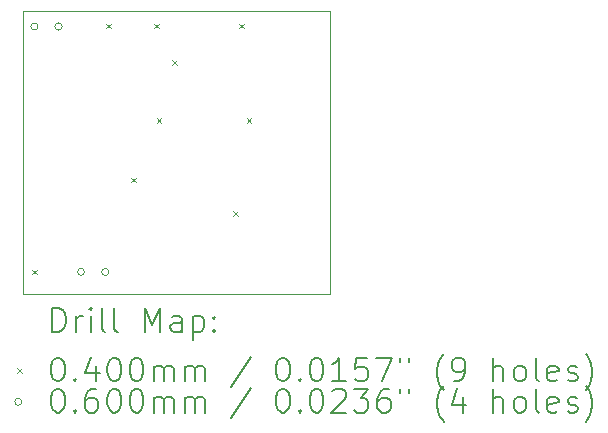
<source format=gbr>
%FSLAX45Y45*%
G04 Gerber Fmt 4.5, Leading zero omitted, Abs format (unit mm)*
%MOMM*%
%LPD*%
G01*
G04 APERTURE LIST*
%TA.AperFunction,Profile*%
%ADD10C,0.100000*%
%TD*%
%ADD11C,0.200000*%
%ADD12C,0.040000*%
%ADD13C,0.060000*%
G04 APERTURE END LIST*
D10*
X8623300Y-3149600D02*
X6019800Y-3149600D01*
X6019800Y-3149600D02*
X6019800Y-5549900D01*
X6019800Y-5549900D02*
X8623300Y-5549900D01*
X8623300Y-5549900D02*
X8623300Y-3149600D01*
D11*
D12*
X6101400Y-5339400D02*
X6141400Y-5379400D01*
X6141400Y-5339400D02*
X6101400Y-5379400D01*
X6730000Y-3256600D02*
X6770000Y-3296600D01*
X6770000Y-3256600D02*
X6730000Y-3296600D01*
X6937100Y-4560000D02*
X6977100Y-4600000D01*
X6977100Y-4560000D02*
X6937100Y-4600000D01*
X7132450Y-3256600D02*
X7172450Y-3296600D01*
X7172450Y-3256600D02*
X7132450Y-3296600D01*
X7155500Y-4056700D02*
X7195500Y-4096700D01*
X7195500Y-4056700D02*
X7155500Y-4096700D01*
X7287500Y-3563400D02*
X7327500Y-3603400D01*
X7327500Y-3563400D02*
X7287500Y-3603400D01*
X7800700Y-4845500D02*
X7840700Y-4885500D01*
X7840700Y-4845500D02*
X7800700Y-4885500D01*
X7856350Y-3256600D02*
X7896350Y-3296600D01*
X7896350Y-3256600D02*
X7856350Y-3296600D01*
X7917500Y-4056700D02*
X7957500Y-4096700D01*
X7957500Y-4056700D02*
X7917500Y-4096700D01*
D13*
X6149600Y-3281100D02*
G75*
G03*
X6149600Y-3281100I-30000J0D01*
G01*
X6354600Y-3281100D02*
G75*
G03*
X6354600Y-3281100I-30000J0D01*
G01*
X6545100Y-5359400D02*
G75*
G03*
X6545100Y-5359400I-30000J0D01*
G01*
X6750100Y-5359400D02*
G75*
G03*
X6750100Y-5359400I-30000J0D01*
G01*
D11*
X6272419Y-5865376D02*
X6272419Y-5665376D01*
X6320038Y-5665376D01*
X6348609Y-5674900D01*
X6367657Y-5693948D01*
X6377181Y-5712995D01*
X6386705Y-5751090D01*
X6386705Y-5779662D01*
X6377181Y-5817757D01*
X6367657Y-5836805D01*
X6348609Y-5855852D01*
X6320038Y-5865376D01*
X6272419Y-5865376D01*
X6472419Y-5865376D02*
X6472419Y-5732043D01*
X6472419Y-5770138D02*
X6481943Y-5751090D01*
X6491467Y-5741567D01*
X6510514Y-5732043D01*
X6529562Y-5732043D01*
X6596228Y-5865376D02*
X6596228Y-5732043D01*
X6596228Y-5665376D02*
X6586705Y-5674900D01*
X6596228Y-5684424D01*
X6605752Y-5674900D01*
X6596228Y-5665376D01*
X6596228Y-5684424D01*
X6720038Y-5865376D02*
X6700990Y-5855852D01*
X6691467Y-5836805D01*
X6691467Y-5665376D01*
X6824800Y-5865376D02*
X6805752Y-5855852D01*
X6796228Y-5836805D01*
X6796228Y-5665376D01*
X7053371Y-5865376D02*
X7053371Y-5665376D01*
X7120038Y-5808233D01*
X7186705Y-5665376D01*
X7186705Y-5865376D01*
X7367657Y-5865376D02*
X7367657Y-5760614D01*
X7358133Y-5741567D01*
X7339086Y-5732043D01*
X7300990Y-5732043D01*
X7281943Y-5741567D01*
X7367657Y-5855852D02*
X7348609Y-5865376D01*
X7300990Y-5865376D01*
X7281943Y-5855852D01*
X7272419Y-5836805D01*
X7272419Y-5817757D01*
X7281943Y-5798709D01*
X7300990Y-5789186D01*
X7348609Y-5789186D01*
X7367657Y-5779662D01*
X7462895Y-5732043D02*
X7462895Y-5932043D01*
X7462895Y-5741567D02*
X7481943Y-5732043D01*
X7520038Y-5732043D01*
X7539086Y-5741567D01*
X7548609Y-5751090D01*
X7558133Y-5770138D01*
X7558133Y-5827281D01*
X7548609Y-5846328D01*
X7539086Y-5855852D01*
X7520038Y-5865376D01*
X7481943Y-5865376D01*
X7462895Y-5855852D01*
X7643848Y-5846328D02*
X7653371Y-5855852D01*
X7643848Y-5865376D01*
X7634324Y-5855852D01*
X7643848Y-5846328D01*
X7643848Y-5865376D01*
X7643848Y-5741567D02*
X7653371Y-5751090D01*
X7643848Y-5760614D01*
X7634324Y-5751090D01*
X7643848Y-5741567D01*
X7643848Y-5760614D01*
D12*
X5974800Y-6174900D02*
X6014800Y-6214900D01*
X6014800Y-6174900D02*
X5974800Y-6214900D01*
D11*
X6310514Y-6085376D02*
X6329562Y-6085376D01*
X6348609Y-6094900D01*
X6358133Y-6104424D01*
X6367657Y-6123471D01*
X6377181Y-6161567D01*
X6377181Y-6209186D01*
X6367657Y-6247281D01*
X6358133Y-6266328D01*
X6348609Y-6275852D01*
X6329562Y-6285376D01*
X6310514Y-6285376D01*
X6291467Y-6275852D01*
X6281943Y-6266328D01*
X6272419Y-6247281D01*
X6262895Y-6209186D01*
X6262895Y-6161567D01*
X6272419Y-6123471D01*
X6281943Y-6104424D01*
X6291467Y-6094900D01*
X6310514Y-6085376D01*
X6462895Y-6266328D02*
X6472419Y-6275852D01*
X6462895Y-6285376D01*
X6453371Y-6275852D01*
X6462895Y-6266328D01*
X6462895Y-6285376D01*
X6643848Y-6152043D02*
X6643848Y-6285376D01*
X6596228Y-6075852D02*
X6548609Y-6218709D01*
X6672419Y-6218709D01*
X6786705Y-6085376D02*
X6805752Y-6085376D01*
X6824800Y-6094900D01*
X6834324Y-6104424D01*
X6843848Y-6123471D01*
X6853371Y-6161567D01*
X6853371Y-6209186D01*
X6843848Y-6247281D01*
X6834324Y-6266328D01*
X6824800Y-6275852D01*
X6805752Y-6285376D01*
X6786705Y-6285376D01*
X6767657Y-6275852D01*
X6758133Y-6266328D01*
X6748609Y-6247281D01*
X6739086Y-6209186D01*
X6739086Y-6161567D01*
X6748609Y-6123471D01*
X6758133Y-6104424D01*
X6767657Y-6094900D01*
X6786705Y-6085376D01*
X6977181Y-6085376D02*
X6996228Y-6085376D01*
X7015276Y-6094900D01*
X7024800Y-6104424D01*
X7034324Y-6123471D01*
X7043848Y-6161567D01*
X7043848Y-6209186D01*
X7034324Y-6247281D01*
X7024800Y-6266328D01*
X7015276Y-6275852D01*
X6996228Y-6285376D01*
X6977181Y-6285376D01*
X6958133Y-6275852D01*
X6948609Y-6266328D01*
X6939086Y-6247281D01*
X6929562Y-6209186D01*
X6929562Y-6161567D01*
X6939086Y-6123471D01*
X6948609Y-6104424D01*
X6958133Y-6094900D01*
X6977181Y-6085376D01*
X7129562Y-6285376D02*
X7129562Y-6152043D01*
X7129562Y-6171090D02*
X7139086Y-6161567D01*
X7158133Y-6152043D01*
X7186705Y-6152043D01*
X7205752Y-6161567D01*
X7215276Y-6180614D01*
X7215276Y-6285376D01*
X7215276Y-6180614D02*
X7224800Y-6161567D01*
X7243848Y-6152043D01*
X7272419Y-6152043D01*
X7291467Y-6161567D01*
X7300990Y-6180614D01*
X7300990Y-6285376D01*
X7396228Y-6285376D02*
X7396228Y-6152043D01*
X7396228Y-6171090D02*
X7405752Y-6161567D01*
X7424800Y-6152043D01*
X7453371Y-6152043D01*
X7472419Y-6161567D01*
X7481943Y-6180614D01*
X7481943Y-6285376D01*
X7481943Y-6180614D02*
X7491467Y-6161567D01*
X7510514Y-6152043D01*
X7539086Y-6152043D01*
X7558133Y-6161567D01*
X7567657Y-6180614D01*
X7567657Y-6285376D01*
X7958133Y-6075852D02*
X7786705Y-6332995D01*
X8215276Y-6085376D02*
X8234324Y-6085376D01*
X8253371Y-6094900D01*
X8262895Y-6104424D01*
X8272419Y-6123471D01*
X8281943Y-6161567D01*
X8281943Y-6209186D01*
X8272419Y-6247281D01*
X8262895Y-6266328D01*
X8253371Y-6275852D01*
X8234324Y-6285376D01*
X8215276Y-6285376D01*
X8196228Y-6275852D01*
X8186705Y-6266328D01*
X8177181Y-6247281D01*
X8167657Y-6209186D01*
X8167657Y-6161567D01*
X8177181Y-6123471D01*
X8186705Y-6104424D01*
X8196228Y-6094900D01*
X8215276Y-6085376D01*
X8367657Y-6266328D02*
X8377181Y-6275852D01*
X8367657Y-6285376D01*
X8358133Y-6275852D01*
X8367657Y-6266328D01*
X8367657Y-6285376D01*
X8500990Y-6085376D02*
X8520038Y-6085376D01*
X8539086Y-6094900D01*
X8548610Y-6104424D01*
X8558133Y-6123471D01*
X8567657Y-6161567D01*
X8567657Y-6209186D01*
X8558133Y-6247281D01*
X8548610Y-6266328D01*
X8539086Y-6275852D01*
X8520038Y-6285376D01*
X8500990Y-6285376D01*
X8481943Y-6275852D01*
X8472419Y-6266328D01*
X8462895Y-6247281D01*
X8453371Y-6209186D01*
X8453371Y-6161567D01*
X8462895Y-6123471D01*
X8472419Y-6104424D01*
X8481943Y-6094900D01*
X8500990Y-6085376D01*
X8758133Y-6285376D02*
X8643848Y-6285376D01*
X8700990Y-6285376D02*
X8700990Y-6085376D01*
X8681943Y-6113948D01*
X8662895Y-6132995D01*
X8643848Y-6142519D01*
X8939086Y-6085376D02*
X8843848Y-6085376D01*
X8834324Y-6180614D01*
X8843848Y-6171090D01*
X8862895Y-6161567D01*
X8910514Y-6161567D01*
X8929562Y-6171090D01*
X8939086Y-6180614D01*
X8948610Y-6199662D01*
X8948610Y-6247281D01*
X8939086Y-6266328D01*
X8929562Y-6275852D01*
X8910514Y-6285376D01*
X8862895Y-6285376D01*
X8843848Y-6275852D01*
X8834324Y-6266328D01*
X9015276Y-6085376D02*
X9148610Y-6085376D01*
X9062895Y-6285376D01*
X9215276Y-6085376D02*
X9215276Y-6123471D01*
X9291467Y-6085376D02*
X9291467Y-6123471D01*
X9586705Y-6361567D02*
X9577181Y-6352043D01*
X9558133Y-6323471D01*
X9548610Y-6304424D01*
X9539086Y-6275852D01*
X9529562Y-6228233D01*
X9529562Y-6190138D01*
X9539086Y-6142519D01*
X9548610Y-6113948D01*
X9558133Y-6094900D01*
X9577181Y-6066328D01*
X9586705Y-6056805D01*
X9672419Y-6285376D02*
X9710514Y-6285376D01*
X9729562Y-6275852D01*
X9739086Y-6266328D01*
X9758133Y-6237757D01*
X9767657Y-6199662D01*
X9767657Y-6123471D01*
X9758133Y-6104424D01*
X9748610Y-6094900D01*
X9729562Y-6085376D01*
X9691467Y-6085376D01*
X9672419Y-6094900D01*
X9662895Y-6104424D01*
X9653371Y-6123471D01*
X9653371Y-6171090D01*
X9662895Y-6190138D01*
X9672419Y-6199662D01*
X9691467Y-6209186D01*
X9729562Y-6209186D01*
X9748610Y-6199662D01*
X9758133Y-6190138D01*
X9767657Y-6171090D01*
X10005752Y-6285376D02*
X10005752Y-6085376D01*
X10091467Y-6285376D02*
X10091467Y-6180614D01*
X10081943Y-6161567D01*
X10062895Y-6152043D01*
X10034324Y-6152043D01*
X10015276Y-6161567D01*
X10005752Y-6171090D01*
X10215276Y-6285376D02*
X10196229Y-6275852D01*
X10186705Y-6266328D01*
X10177181Y-6247281D01*
X10177181Y-6190138D01*
X10186705Y-6171090D01*
X10196229Y-6161567D01*
X10215276Y-6152043D01*
X10243848Y-6152043D01*
X10262895Y-6161567D01*
X10272419Y-6171090D01*
X10281943Y-6190138D01*
X10281943Y-6247281D01*
X10272419Y-6266328D01*
X10262895Y-6275852D01*
X10243848Y-6285376D01*
X10215276Y-6285376D01*
X10396229Y-6285376D02*
X10377181Y-6275852D01*
X10367657Y-6256805D01*
X10367657Y-6085376D01*
X10548610Y-6275852D02*
X10529562Y-6285376D01*
X10491467Y-6285376D01*
X10472419Y-6275852D01*
X10462895Y-6256805D01*
X10462895Y-6180614D01*
X10472419Y-6161567D01*
X10491467Y-6152043D01*
X10529562Y-6152043D01*
X10548610Y-6161567D01*
X10558133Y-6180614D01*
X10558133Y-6199662D01*
X10462895Y-6218709D01*
X10634324Y-6275852D02*
X10653371Y-6285376D01*
X10691467Y-6285376D01*
X10710514Y-6275852D01*
X10720038Y-6256805D01*
X10720038Y-6247281D01*
X10710514Y-6228233D01*
X10691467Y-6218709D01*
X10662895Y-6218709D01*
X10643848Y-6209186D01*
X10634324Y-6190138D01*
X10634324Y-6180614D01*
X10643848Y-6161567D01*
X10662895Y-6152043D01*
X10691467Y-6152043D01*
X10710514Y-6161567D01*
X10786705Y-6361567D02*
X10796229Y-6352043D01*
X10815276Y-6323471D01*
X10824800Y-6304424D01*
X10834324Y-6275852D01*
X10843848Y-6228233D01*
X10843848Y-6190138D01*
X10834324Y-6142519D01*
X10824800Y-6113948D01*
X10815276Y-6094900D01*
X10796229Y-6066328D01*
X10786705Y-6056805D01*
D13*
X6014800Y-6458900D02*
G75*
G03*
X6014800Y-6458900I-30000J0D01*
G01*
D11*
X6310514Y-6349376D02*
X6329562Y-6349376D01*
X6348609Y-6358900D01*
X6358133Y-6368424D01*
X6367657Y-6387471D01*
X6377181Y-6425567D01*
X6377181Y-6473186D01*
X6367657Y-6511281D01*
X6358133Y-6530328D01*
X6348609Y-6539852D01*
X6329562Y-6549376D01*
X6310514Y-6549376D01*
X6291467Y-6539852D01*
X6281943Y-6530328D01*
X6272419Y-6511281D01*
X6262895Y-6473186D01*
X6262895Y-6425567D01*
X6272419Y-6387471D01*
X6281943Y-6368424D01*
X6291467Y-6358900D01*
X6310514Y-6349376D01*
X6462895Y-6530328D02*
X6472419Y-6539852D01*
X6462895Y-6549376D01*
X6453371Y-6539852D01*
X6462895Y-6530328D01*
X6462895Y-6549376D01*
X6643848Y-6349376D02*
X6605752Y-6349376D01*
X6586705Y-6358900D01*
X6577181Y-6368424D01*
X6558133Y-6396995D01*
X6548609Y-6435090D01*
X6548609Y-6511281D01*
X6558133Y-6530328D01*
X6567657Y-6539852D01*
X6586705Y-6549376D01*
X6624800Y-6549376D01*
X6643848Y-6539852D01*
X6653371Y-6530328D01*
X6662895Y-6511281D01*
X6662895Y-6463662D01*
X6653371Y-6444614D01*
X6643848Y-6435090D01*
X6624800Y-6425567D01*
X6586705Y-6425567D01*
X6567657Y-6435090D01*
X6558133Y-6444614D01*
X6548609Y-6463662D01*
X6786705Y-6349376D02*
X6805752Y-6349376D01*
X6824800Y-6358900D01*
X6834324Y-6368424D01*
X6843848Y-6387471D01*
X6853371Y-6425567D01*
X6853371Y-6473186D01*
X6843848Y-6511281D01*
X6834324Y-6530328D01*
X6824800Y-6539852D01*
X6805752Y-6549376D01*
X6786705Y-6549376D01*
X6767657Y-6539852D01*
X6758133Y-6530328D01*
X6748609Y-6511281D01*
X6739086Y-6473186D01*
X6739086Y-6425567D01*
X6748609Y-6387471D01*
X6758133Y-6368424D01*
X6767657Y-6358900D01*
X6786705Y-6349376D01*
X6977181Y-6349376D02*
X6996228Y-6349376D01*
X7015276Y-6358900D01*
X7024800Y-6368424D01*
X7034324Y-6387471D01*
X7043848Y-6425567D01*
X7043848Y-6473186D01*
X7034324Y-6511281D01*
X7024800Y-6530328D01*
X7015276Y-6539852D01*
X6996228Y-6549376D01*
X6977181Y-6549376D01*
X6958133Y-6539852D01*
X6948609Y-6530328D01*
X6939086Y-6511281D01*
X6929562Y-6473186D01*
X6929562Y-6425567D01*
X6939086Y-6387471D01*
X6948609Y-6368424D01*
X6958133Y-6358900D01*
X6977181Y-6349376D01*
X7129562Y-6549376D02*
X7129562Y-6416043D01*
X7129562Y-6435090D02*
X7139086Y-6425567D01*
X7158133Y-6416043D01*
X7186705Y-6416043D01*
X7205752Y-6425567D01*
X7215276Y-6444614D01*
X7215276Y-6549376D01*
X7215276Y-6444614D02*
X7224800Y-6425567D01*
X7243848Y-6416043D01*
X7272419Y-6416043D01*
X7291467Y-6425567D01*
X7300990Y-6444614D01*
X7300990Y-6549376D01*
X7396228Y-6549376D02*
X7396228Y-6416043D01*
X7396228Y-6435090D02*
X7405752Y-6425567D01*
X7424800Y-6416043D01*
X7453371Y-6416043D01*
X7472419Y-6425567D01*
X7481943Y-6444614D01*
X7481943Y-6549376D01*
X7481943Y-6444614D02*
X7491467Y-6425567D01*
X7510514Y-6416043D01*
X7539086Y-6416043D01*
X7558133Y-6425567D01*
X7567657Y-6444614D01*
X7567657Y-6549376D01*
X7958133Y-6339852D02*
X7786705Y-6596995D01*
X8215276Y-6349376D02*
X8234324Y-6349376D01*
X8253371Y-6358900D01*
X8262895Y-6368424D01*
X8272419Y-6387471D01*
X8281943Y-6425567D01*
X8281943Y-6473186D01*
X8272419Y-6511281D01*
X8262895Y-6530328D01*
X8253371Y-6539852D01*
X8234324Y-6549376D01*
X8215276Y-6549376D01*
X8196228Y-6539852D01*
X8186705Y-6530328D01*
X8177181Y-6511281D01*
X8167657Y-6473186D01*
X8167657Y-6425567D01*
X8177181Y-6387471D01*
X8186705Y-6368424D01*
X8196228Y-6358900D01*
X8215276Y-6349376D01*
X8367657Y-6530328D02*
X8377181Y-6539852D01*
X8367657Y-6549376D01*
X8358133Y-6539852D01*
X8367657Y-6530328D01*
X8367657Y-6549376D01*
X8500990Y-6349376D02*
X8520038Y-6349376D01*
X8539086Y-6358900D01*
X8548610Y-6368424D01*
X8558133Y-6387471D01*
X8567657Y-6425567D01*
X8567657Y-6473186D01*
X8558133Y-6511281D01*
X8548610Y-6530328D01*
X8539086Y-6539852D01*
X8520038Y-6549376D01*
X8500990Y-6549376D01*
X8481943Y-6539852D01*
X8472419Y-6530328D01*
X8462895Y-6511281D01*
X8453371Y-6473186D01*
X8453371Y-6425567D01*
X8462895Y-6387471D01*
X8472419Y-6368424D01*
X8481943Y-6358900D01*
X8500990Y-6349376D01*
X8643848Y-6368424D02*
X8653371Y-6358900D01*
X8672419Y-6349376D01*
X8720038Y-6349376D01*
X8739086Y-6358900D01*
X8748610Y-6368424D01*
X8758133Y-6387471D01*
X8758133Y-6406519D01*
X8748610Y-6435090D01*
X8634324Y-6549376D01*
X8758133Y-6549376D01*
X8824800Y-6349376D02*
X8948610Y-6349376D01*
X8881943Y-6425567D01*
X8910514Y-6425567D01*
X8929562Y-6435090D01*
X8939086Y-6444614D01*
X8948610Y-6463662D01*
X8948610Y-6511281D01*
X8939086Y-6530328D01*
X8929562Y-6539852D01*
X8910514Y-6549376D01*
X8853371Y-6549376D01*
X8834324Y-6539852D01*
X8824800Y-6530328D01*
X9120038Y-6349376D02*
X9081943Y-6349376D01*
X9062895Y-6358900D01*
X9053371Y-6368424D01*
X9034324Y-6396995D01*
X9024800Y-6435090D01*
X9024800Y-6511281D01*
X9034324Y-6530328D01*
X9043848Y-6539852D01*
X9062895Y-6549376D01*
X9100990Y-6549376D01*
X9120038Y-6539852D01*
X9129562Y-6530328D01*
X9139086Y-6511281D01*
X9139086Y-6463662D01*
X9129562Y-6444614D01*
X9120038Y-6435090D01*
X9100990Y-6425567D01*
X9062895Y-6425567D01*
X9043848Y-6435090D01*
X9034324Y-6444614D01*
X9024800Y-6463662D01*
X9215276Y-6349376D02*
X9215276Y-6387471D01*
X9291467Y-6349376D02*
X9291467Y-6387471D01*
X9586705Y-6625567D02*
X9577181Y-6616043D01*
X9558133Y-6587471D01*
X9548610Y-6568424D01*
X9539086Y-6539852D01*
X9529562Y-6492233D01*
X9529562Y-6454138D01*
X9539086Y-6406519D01*
X9548610Y-6377948D01*
X9558133Y-6358900D01*
X9577181Y-6330328D01*
X9586705Y-6320805D01*
X9748610Y-6416043D02*
X9748610Y-6549376D01*
X9700990Y-6339852D02*
X9653371Y-6482709D01*
X9777181Y-6482709D01*
X10005752Y-6549376D02*
X10005752Y-6349376D01*
X10091467Y-6549376D02*
X10091467Y-6444614D01*
X10081943Y-6425567D01*
X10062895Y-6416043D01*
X10034324Y-6416043D01*
X10015276Y-6425567D01*
X10005752Y-6435090D01*
X10215276Y-6549376D02*
X10196229Y-6539852D01*
X10186705Y-6530328D01*
X10177181Y-6511281D01*
X10177181Y-6454138D01*
X10186705Y-6435090D01*
X10196229Y-6425567D01*
X10215276Y-6416043D01*
X10243848Y-6416043D01*
X10262895Y-6425567D01*
X10272419Y-6435090D01*
X10281943Y-6454138D01*
X10281943Y-6511281D01*
X10272419Y-6530328D01*
X10262895Y-6539852D01*
X10243848Y-6549376D01*
X10215276Y-6549376D01*
X10396229Y-6549376D02*
X10377181Y-6539852D01*
X10367657Y-6520805D01*
X10367657Y-6349376D01*
X10548610Y-6539852D02*
X10529562Y-6549376D01*
X10491467Y-6549376D01*
X10472419Y-6539852D01*
X10462895Y-6520805D01*
X10462895Y-6444614D01*
X10472419Y-6425567D01*
X10491467Y-6416043D01*
X10529562Y-6416043D01*
X10548610Y-6425567D01*
X10558133Y-6444614D01*
X10558133Y-6463662D01*
X10462895Y-6482709D01*
X10634324Y-6539852D02*
X10653371Y-6549376D01*
X10691467Y-6549376D01*
X10710514Y-6539852D01*
X10720038Y-6520805D01*
X10720038Y-6511281D01*
X10710514Y-6492233D01*
X10691467Y-6482709D01*
X10662895Y-6482709D01*
X10643848Y-6473186D01*
X10634324Y-6454138D01*
X10634324Y-6444614D01*
X10643848Y-6425567D01*
X10662895Y-6416043D01*
X10691467Y-6416043D01*
X10710514Y-6425567D01*
X10786705Y-6625567D02*
X10796229Y-6616043D01*
X10815276Y-6587471D01*
X10824800Y-6568424D01*
X10834324Y-6539852D01*
X10843848Y-6492233D01*
X10843848Y-6454138D01*
X10834324Y-6406519D01*
X10824800Y-6377948D01*
X10815276Y-6358900D01*
X10796229Y-6330328D01*
X10786705Y-6320805D01*
M02*

</source>
